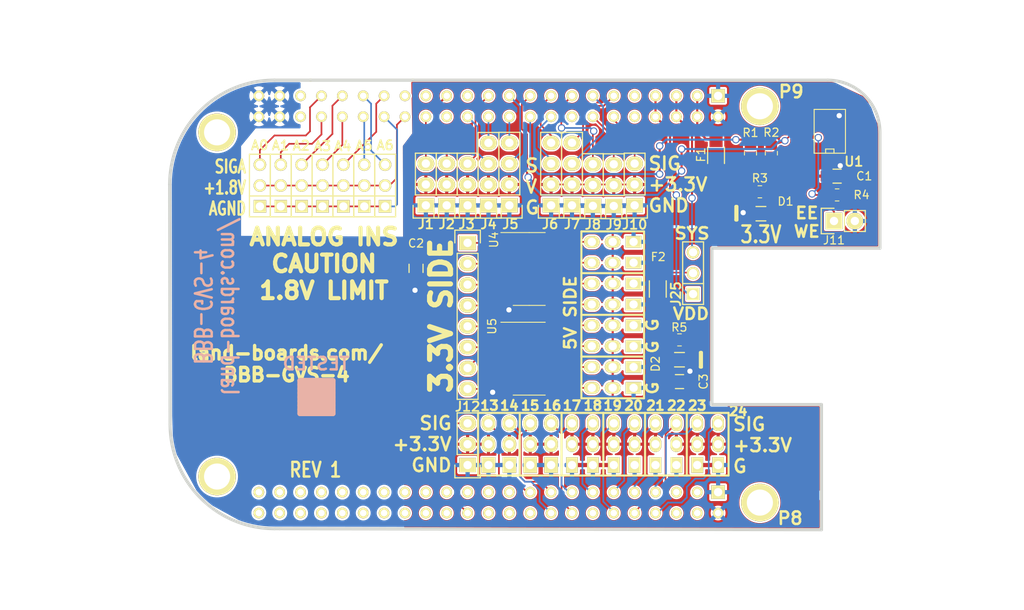
<source format=kicad_pcb>
(kicad_pcb (version 20211014) (generator pcbnew)
  (title_block (title "Prototype cape for BeagleBone") (date "17 aug 2014") (rev "0.3") (company "Jacek Radzikowski <jacek.radzikowski@gmail.com>"))
  (layers (0 "F.Cu" signal "Front") (31 "B.Cu" signal "Back") (36 "B.SilkS" user "B.Silkscreen") (37 "F.SilkS" user "F.Silkscreen") (38 "B.Mask" user) (39 "F.Mask" user) (44 "Edge.Cuts" user))
  (net 0 "")
  (net 1 "GND")
  (net 2 "VDD_5V")
  (net 3 "VDD_5V-UF")
  (net 4 "VDD_3V3-UF")
  (net 5 "SYS_5V")
  (net 6 "GNDA_ADC")
  (net 7 "AIN6")
  (net 8 "AIN5")
  (net 9 "AIN2")
  (net 10 "AIN1")
  (net 11 "Net-(D1-Pad1)")
  (net 12 "Net-(D2-Pad1)")
  (net 13 "/BBB EEPROM Power Etc/F5VDD")
  (net 14 "VDD_ADC")
  (net 15 "AIN4")
  (net 16 "AIN3")
  (net 17 "AIN0")
  (net 18 "Net-(P1-Pad1)")
  (net 19 "Net-(P1-Pad2)")
  (net 20 "Net-(P1-Pad3)")
  (net 21 "Net-(P1-Pad4)")
  (net 22 "Net-(P1-Pad5)")
  (net 23 "Net-(P1-Pad6)")
  (net 24 "Net-(P1-Pad7)")
  (net 25 "Net-(P1-Pad8)")
  (net 26 "/P9 Connector/UART4_RXD")
  (net 27 "/P9 Connector/GPIO1_28")
  (net 28 "/P9 Connector/UART4_TXD")
  (net 29 "/P9 Connector/EHRPWM1A")
  (net 30 "/P9 Connector/GPIO1_16")
  (net 31 "/P9 Connector/I2C1_SCL")
  (net 32 "/P9 Connector/I2C1_SDA")
  (net 33 "/P9 Connector/UART2_TXD")
  (net 34 "/P9 Connector/UART2_RXD")
  (net 35 "/P9 Connector/GPIO1_17")
  (net 36 "/P9 Connector/UART1_TXD")
  (net 37 "/P9 Connector/UART1_RXD")
  (net 38 "/P9 Connector/GPIO3_19")
  (net 39 "/P9 Connector/SPI1_D1")
  (net 40 "I2C2_SCL")
  (net 41 "I2C2_SDA")
  (net 42 "/P8 Connector/TIMER4")
  (net 43 "/P8 Connector/TIMER5")
  (net 44 "/P8 Connector/GPIO1_13")
  (net 45 "/P8 Connector/EHRPWM2B")
  (net 46 "/P8 Connector/GPIO1_15")
  (net 47 "/P8 Connector/GPIO0_27")
  (net 48 "/P8 Connector/EHRPWM2A")
  (net 49 "/P8 Connector/TIMER7")
  (net 50 "/P8 Connector/TIMER6")
  (net 51 "/P8 Connector/GPIO1_12")
  (net 52 "/P8 Connector/GPIO1_14")
  (net 53 "/P8 Connector/GPIO2_1")
  (net 54 "/P8 Connector/GPIO1_29")
  (net 55 "Net-(J11-Pad1)")
  (net 56 "Net-(J26-Pad3)")
  (net 57 "Net-(J26-Pad6)")
  (net 58 "Net-(J26-Pad9)")
  (net 59 "Net-(J26-Pad12)")
  (net 60 "Net-(J26-Pad15)")
  (net 61 "Net-(J26-Pad18)")
  (net 62 "Net-(J26-Pad21)")
  (net 63 "Net-(J26-Pad24)")
  (net 64 "/P9 Connector/PWR_BUT")
  (net 65 "/P9 Connector/SYS_RESETn")
  (net 66 "/P9 Connector/EHRPWM1B")
  (net 71 "/P9 Connector/CLKOUT2")
  (net 72 "/P9 Connector/GPIO0_7")
  (net 77 "/P8 Connector/GPIO0_26")
  (net 104 "VCC_3V3EXP")
  (footprint "PIN_ARRAY_3X1" (layer "F.Cu") (at 119.888 65.532 90)
    (fp_text reference "A6")
    (fp_text value "CONN_3" hide)
  )
  (footprint "PIN_ARRAY_3X1" (layer "F.Cu") (at 117.348 65.532 90)
    (fp_text reference "A5")
    (fp_text value "CONN_3" hide)
  )
  (footprint "PIN_ARRAY_3X1" (layer "F.Cu") (at 114.808 65.532 90)
    (fp_text reference "A4")
    (fp_text value "CONN_3" hide)
  )
  (footprint "PIN_ARRAY_3X1" (layer "F.Cu") (at 104.648 65.532 90)
    (fp_text reference "A0")
    (fp_text value "CONN_3" hide)
  )
  (footprint "PIN_ARRAY_3X1" (layer "F.Cu") (at 107.188 65.532 90)
    (fp_text reference "A1")
    (fp_text value "CONN_3" hide)
  )
  (footprint "PIN_ARRAY_3X1" (layer "F.Cu") (at 112.268 65.532 90)
    (fp_text reference "A3")
    (fp_text value "CONN_3" hide)
  )
  (footprint "PIN_ARRAY_3X1" (layer "F.Cu") (at 109.728 65.532 90)
    (fp_text reference "A2")
    (fp_text value "CONN_3" hide)
  )
  (footprint "PIN_ARRAY_3X1" (layer "F.Cu") (at 157.353 76.2 90)
    (fp_text reference "J25")
    (fp_text value "CONN_3" hide)
  )
  (footprint "FIDUCIAL" (layer "F.Cu") (at 171.196 103.251)
    (fp_text reference "FID1" hide)
    (fp_text value "CONN_1" hide)
  )
  (footprint "FIDUCIAL" (layer "F.Cu") (at 136.6266 116.997501)
    (fp_text reference "FID2" hide)
    (fp_text value "CONN_1" hide)
  )
  (footprint "dougsLib:SO8E-wider" (layer "F.Cu") (at 173.99 58.928 90)
    (fp_text reference "U1")
    (fp_text value "I2C-EEPROM" hide)
  )
  (footprint "Pin_Headers:Pin_Header_Straight_1x08" (layer "F.Cu") (at 129.921 72.517)
    (fp_text reference "P1" hide)
    (fp_text value "CONN_8" hide)
  )
  (footprint "Pin_Headers:Pin_Header_Straight_1x03" (layer "F.Cu") (at 129.921 99.568 180)
    (fp_text reference "J12")
    (fp_text value "CONN_3" hide)
  )
  (footprint "Pin_Headers:Pin_Header_Straight_1x04" (layer "F.Cu") (at 132.461 67.96 180)
    (fp_text reference "J4")
    (fp_text value "CONN_4" hide)
  )
  (footprint "Pin_Headers:Pin_Header_Straight_1x04" (layer "F.Cu") (at 142.621 67.945 180)
    (fp_text reference "J7")
    (fp_text value "CONN_4" hide)
  )
  (footprint "Pin_Headers:Pin_Header_Straight_1x04" (layer "F.Cu") (at 140.081 67.945 180)
    (fp_text reference "J6")
    (fp_text value "CONN_4" hide)
  )
  (footprint "Pin_Headers:Pin_Header_Straight_1x04" (layer "F.Cu") (at 135.001 67.945 180)
    (fp_text reference "J5")
    (fp_text value "CONN_4" hide)
  )
  (footprint "Pin_Headers:Pin_Header_Straight_1x03" (layer "F.Cu") (at 145.161 68.0058 180)
    (fp_text reference "J8")
    (fp_text value "CONN_3" hide)
  )
  (footprint "Pin_Headers:Pin_Header_Straight_1x03" (layer "F.Cu") (at 129.921 67.945 180)
    (fp_text reference "J3")
    (fp_text value "CONN_3" hide)
  )
  (footprint "Pin_Headers:Pin_Header_Straight_1x03" (layer "F.Cu") (at 127.381 67.945 180)
    (fp_text reference "J2")
    (fp_text value "CONN_3" hide)
  )
  (footprint "Pin_Headers:Pin_Header_Straight_1x03" (layer "F.Cu") (at 150.241 67.945 180)
    (fp_text reference "J10")
    (fp_text value "CONN_3" hide)
  )
  (footprint "Pin_Headers:Pin_Header_Straight_1x03" (layer "F.Cu") (at 147.701 68.0212 180)
    (fp_text reference "J9")
    (fp_text value "CONN_3" hide)
  )
  (footprint "Pin_Headers:Pin_Header_Straight_1x03" (layer "F.Cu") (at 124.841 67.945 180)
    (fp_text reference "J1")
    (fp_text value "CONN_3" hide)
  )
  (footprint "dougsLib:BEAGLEBONE" (layer "F.Cu") (at 136.906 80.01)
    (fp_text reference "BRD1" hide)
    (fp_text value "BEAGLEBONE" hide)
  )
  (footprint "Pin_Headers:Pin_Header_Straight_1x02" (layer "F.Cu") (at 174.498 69.85 90)
    (fp_text reference "J11")
    (fp_text value "CONN_2" hide)
  )
  (footprint "Resistor_SMD:R_0805_2012Metric_Pad1.20x1.40mm_HandSolder" (layer "F.Cu") (at 165.481 66.294)
    (fp_text reference "R3")
    (fp_text value "120")
  )
  (footprint "Resistor_SMD:R_0805_2012Metric_Pad1.20x1.40mm_HandSolder" (layer "F.Cu") (at 155.702 84.328 180)
    (fp_text reference "R5")
    (fp_text value "330")
  )
  (footprint "Resistor_SMD:R_0805_2012Metric_Pad1.20x1.40mm_HandSolder" (layer "F.Cu") (at 174.879 66.675 180)
    (fp_text reference "R4")
    (fp_text value "5.6K")
  )
  (footprint "Resistor_SMD:R_0805_2012Metric_Pad1.20x1.40mm_HandSolder" (layer "F.Cu") (at 166.878 61.595 90)
    (fp_text reference "R2")
    (fp_text value "5.6K")
  )
  (footprint "Resistor_SMD:R_0805_2012Metric_Pad1.20x1.40mm_HandSolder" (layer "F.Cu") (at 164.338 61.595 90)
    (fp_text reference "R1")
    (fp_text value "5.6K")
  )
  (footprint "Capacitors_SMD:C_0805_HandSoldering" (layer "F.Cu") (at 174.879 64.389)
    (fp_text reference "C1")
    (fp_text value "1uF" hide)
  )
  (footprint "Capacitors_SMD:C_0805_HandSoldering" (layer "F.Cu") (at 123.6472 75.6158 -90)
    (fp_text reference "C2")
    (fp_text value "104" hide)
  )
  (footprint "Resistors_SMD:R_0805_HandSoldering" (layer "F.Cu") (at 165.608 68.961 180)
    (fp_text reference "D1")
    (fp_text value "LED" hide)
  )
  (footprint "Resistors_SMD:R_0805_HandSoldering" (layer "F.Cu") (at 155.702 86.741)
    (fp_text reference "D2")
    (fp_text value "LED" hide)
  )
  (footprint "Capacitors_SMD:C_1206_HandSoldering" (layer "F.Cu") (at 153.0604 78.1304 90)
    (fp_text reference "F2")
    (fp_text value "FUSE" hide)
  )
  (footprint "Capacitors_SMD:C_1206_HandSoldering" (layer "F.Cu") (at 160.147 61.849 90)
    (fp_text reference "F1")
    (fp_text value "FUSE" hide)
  )
  (footprint "Capacitors_SMD:C_0805_HandSoldering" (layer "F.Cu") (at 155.702 89.408)
    (fp_text reference "C3")
    (fp_text value "104" hide)
  )
  (footprint "DougsNewMods:Pin_Header_Straight_3x08" (layer "F.Cu") (at 147.574 81.28 180)
    (fp_text reference "J26" hide)
    (fp_text value "GVS-8X3" hide)
  )
  (footprint "DougsNewMods:Pin_Header_Straight_3x08" (layer "F.Cu") (at 151.511 97.028 90)
    (fp_text reference "J24" hide)
    (fp_text value "GVS-8X3" hide)
  )
  (footprint "DougsNewMods:Pin_Header_Straight_3x04" (layer "F.Cu") (at 136.271 97.028 90)
    (fp_text reference "J16" hide)
    (fp_text value "GVS-4X3" hide)
  )
  (footprint "Package_SO:SO-14_3.9x8.65mm_P1.27mm" (layer "F.Cu") (at 137.414 86.614)
    (fp_text reference "U5")
    (fp_text value "TXS0104")
  )
  (footprint "Package_SO:SO-14_3.9x8.65mm_P1.27mm" (layer "F.Cu") (at 137.414 75.692)
    (fp_text reference "U4")
    (fp_text value "TXS0104")
  )
  (footprint "REV_BLOCK" (layer "B.Cu") (at 111.5314 91.2876)
    (fp_text reference "TESTED")
    (fp_text value "COUPON" hide)
  )
  (gr_line (start 158.242 87.63) (end 158.369 87.63) (layer "F.SilkS") (width 0.381))
  (gr_line (start 158.369 87.63) (end 158.369 85.852) (layer "F.SilkS") (width 0.381))
  (gr_line (start 158.242 85.852) (end 158.242 87.63) (layer "F.SilkS") (width 0.381))
  (gr_line (start 123.19 52.705) (end 123.317 52.705) (layer "F.SilkS") (width 0.381))
  (gr_line (start 162.687 69.723) (end 162.56 69.723) (layer "F.SilkS") (width 0.381))
  (gr_line (start 162.687 68.072) (end 162.687 69.723) (layer "F.SilkS") (width 0.381))
  (gr_line (start 162.56 69.723) (end 162.56 68.072) (layer "F.SilkS") (width 0.381))
  (gr_line (start 110.744 52.705) (end 110.871 52.705) (layer "F.SilkS") (width 0.381))
  (gr_line (start 93.6752 65.405) (end 93.726 94.615) (layer "Edge.Cuts") (width 0.381))
  (gr_arc (start 173.736 52.705) (mid 178.226128 54.564872) (end 180.086 59.055) (layer "Edge.Cuts") (width 0.381))
  (gr_line (start 159.64 73.152) (end 159.64 92.202) (layer "Edge.Cuts") (width 0.381))
  (gr_line (start 107.061 107.315) (end 172.974 107.442) (layer "Edge.Cuts") (width 0.381))
  (gr_line (start 180.086 73.152) (end 159.64 73.152) (layer "Edge.Cuts") (width 0.381))
  (gr_line (start 106.426 52.7) (end 173.736 52.705) (layer "Edge.Cuts") (width 0.381))
  (gr_arc (start 93.6752 65.405) (mid 97.412611 56.405001) (end 106.426 52.7) (layer "Edge.Cuts") (width 0.381))
  (gr_line (start 106.426 107.315) (end 107.061 107.315) (layer "Edge.Cuts") (width 0.381))
  (gr_arc (start 106.426 107.315) (mid 97.445744 103.595256) (end 93.726 94.615) (layer "Edge.Cuts") (width 0.381))
  (gr_line (start 180.086 59.055) (end 180.086 73.152) (layer "Edge.Cuts") (width 0.381))
  (gr_line (start 172.974 107.442) (end 172.974 92.202) (layer "Edge.Cuts") (width 0.381))
  (gr_line (start 159.64 92.202) (end 172.974 92.202) (layer "Edge.Cuts") (width 0.381))
  (gr_text "land-boards.com/\nBBB-GVS-4" (at 99.314 80.264 270) (layer "B.SilkS") (effects (font (size 2.032 1.524) (thickness 0.3048)) (justify mirror)))
  (gr_text "21" (at 152.781 92.329) (layer "F.SilkS") (effects (font (size 1.143 1.143) (thickness 0.28575))))
  (gr_text "P9" (at 169.291 54.102) (layer "F.SilkS") (effects (font (size 1.524 1.524) (thickness 0.3048))))
  (gr_text "19" (at 147.574 92.329) (layer "F.SilkS") (effects (font (size 1.143 1.143) (thickness 0.28575))))
  (gr_text "S\nV\nG" (at 136.779 65.659) (layer "F.SilkS") (effects (font (size 1.5875 1.5875) (thickness 0.3048)) (justify left)))
  (gr_text "EE\nWE" (at 171.196 70.0024) (layer "F.SilkS") (effects (font (size 1.397 1.524) (thickness 0.3048))))
  (gr_text "16" (at 140.208 92.329) (layer "F.SilkS") (effects (font (size 1.143 1.143) (thickness 0.28575))))
  (gr_text "18" (at 145.161 92.329) (layer "F.SilkS") (effects (font (size 1.143 1.143) (thickness 0.28575))))
  (gr_text "13" (at 132.588 92.329) (layer "F.SilkS") (effects (font (size 1.143 1.143) (thickness 0.28575))))
  (gr_text "3.3V SIDE" (at 126.6952 81.3816 90) (layer "F.SilkS") (effects (font (size 2.54 2.54) (thickness 0.635))))
  (gr_text "24" (at 162.8394 92.9894) (layer "F.SilkS") (effects (font (size 1.143 1.143) (thickness 0.28575))))
  (gr_text "SIG\n+3.3V\nGND" (at 128.143 97.028) (layer "F.SilkS") (effects (font (size 1.5875 1.5875) (thickness 0.3048)) (justify right)))
  (gr_text "VDD" (at 157.099 81.153) (layer "F.SilkS") (effects (font (size 1.397 1.524) (thickness 0.3048))))
  (gr_text "22" (at 155.321 92.329) (layer "F.SilkS") (effects (font (size 1.143 1.143) (thickness 0.28575))))
  (gr_text "ANALOG INS\nCAUTION\n1.8V LIMIT" (at 112.4458 75.057) (layer "F.SilkS") (effects (font (size 2.032 2.032) (thickness 0.508))))
  (gr_text "3.3V" (at 165.608 71.501) (layer "F.SilkS") (effects (font (size 2.032 1.524) (thickness 0.3048))))
  (gr_text "15" (at 137.541 92.329) (layer "F.SilkS") (effects (font (size 1.143 1.143) (thickness 0.28575))))
  (gr_text "SIG\n+3.3V\nG\n" (at 162.052 97.155) (layer "F.SilkS") (effects (font (size 1.5875 1.5875) (thickness 0.3048)) (justify left)))
  (gr_text "SYS" (at 157.226 71.374) (layer "F.SilkS") (effects (font (size 1.397 1.524) (thickness 0.3048))))
  (gr_text "5V SIDE" (at 142.4178 81.026 90) (layer "F.SilkS") (effects (font (size 1.397 1.524) (thickness 0.3048))))
  (gr_text "SIG\n+3.3V\nGND" (at 151.765 65.405) (layer "F.SilkS") (effects (font (size 1.5875 1.5875) (thickness 0.3048)) (justify left)))
  (gr_text "SIGA\n+1.8V\nAGND" (at 103.124 65.786) (layer "F.SilkS") (effects (font (size 1.5875 1.143) (thickness 0.28575)) (justify right)))
  (gr_text "23" (at 157.861 92.329) (layer "F.SilkS") (effects (font (size 1.143 1.143) (thickness 0.28575))))
  (gr_text "REV 1" (at 111.4044 100.1522) (layer "F.SilkS") (effects (font (size 1.778 1.397) (thickness 0.3048))))
  (gr_text "14" (at 135.001 92.329) (layer "F.SilkS") (effects (font (size 1.143 1.143) (thickness 0.28575))))
  (gr_text "20" (at 150.114 92.329) (layer "F.SilkS") (effects (font (size 1.143 1.143) (thickness 0.28575))))
  (gr_text "P8" (at 169.164 106.045) (layer "F.SilkS") (effects (font (size 1.524 1.524) (thickness 0.3048))))
  (gr_text "17" (at 142.621 92.329) (layer "F.SilkS") (effects (font (size 1.143 1.143) (thickness 0.28575))))
  (gr_text "land-boards.com/\nBBB-GVS-4" (at 107.8992 87.249) (layer "F.SilkS") (effects (font (size 1.651 1.651) (thickness 0.41275))))
  (gr_text "G   G G" (at 152.4 86.36 90) (layer "F.SilkS") (effects (font (size 1.397 1.524) (thickness 0.3048))))
  (segment (start 178.308 60.833) (end 178.562 60.579) (width 0.254) (layer "F.Cu") (net 1))
  (segment (start 178.562 60.579) (end 178.562 59.563) (width 0.254) (layer "F.Cu") (net 1))
  (segment (start 178.562 57.277) (end 178.308 57.023) (width 0.254) (layer "F.Cu") (net 1))
  (segment (start 178.308 57.023) (end 176.784 57.023) (width 0.254) (layer "F.Cu") (net 1))
  (segment (start 178.562 59.563) (end 178.562 57.277) (width 0.254) (layer "F.Cu") (net 1))
  (segment (start 175.8315 63.6905) (end 175.26 63.119) (width 0.254) (layer "F.Cu") (net 1))
  (segment (start 163.576 68.961) (end 163.449 68.834) (width 0.254) (layer "F.Cu") (net 1))
  (segment (start 157.052 88.058) (end 156.972 88.138) (width 0.254) (layer "F.Cu") (net 1))
  (segment (start 156.952 88.158) (end 156.972 88.138) (width 0.254) (layer "F.Cu") (net 1))
  (segment (start 123.6472 78.1558) (end 123.5202 78.2828) (width 0.254) (layer "F.Cu") (net 1))
  (segment (start 145.161 99.568) (end 147.701 99.568) (width 0.508) (layer "F.Cu") (net 1))
  (segment (start 176.784 60.833) (end 178.308 60.833) (width 0.254) (layer "F.Cu") (net 1))
  (segment (start 134.9502 80.6704) (end 134.9502 79.5132) (width 0.508) (layer "F.Cu") (net 1))
  (segment (start 164.6555 68.961) (end 163.576 68.961) (width 0.254) (layer "F.Cu") (net 1))
  (segment (start 142.621 99.568) (end 145.161 99.568) (width 0.508) (layer "F.Cu") (net 1))
  (segment (start 176.784 57.023) (end 175.133 57.023) (width 0.254) (layer "F.Cu") (net 1))
  (segment (start 156.952 89.408) (end 156.952 88.158) (width 0.254) (layer "F.Cu") (net 1))
  (segment (start 134.9502 79.5132) (end 134.939 79.502) (width 0.508) (layer "F.Cu") (net 1))
  (segment (start 176.784 59.563) (end 178.562 59.563) (width 0.254) (layer "F.Cu") (net 1))
  (segment (start 157.861 99.568) (end 160.401 99.568) (width 0.508) (layer "F.Cu") (net 1))
  (segment (start 123.6472 76.8658) (end 123.6472 78.1558) (width 0.254) (layer "F.Cu") (net 1))
  (segment (start 133.2484 90.424) (end 132.969 90.7034) (width 0.508) (layer "F.Cu") (net 1))
  (segment (start 175.8315 64.389) (end 175.8315 63.6905) (width 0.254) (layer "F.Cu") (net 1))
  (segment (start 157.052 88.058) (end 157.052 86.741) (width 0.254) (layer "F.Cu") (net 1))
  (segment (start 134.939 90.424) (end 133.2484 90.424) (width 0.508) (layer "F.Cu") (net 1))
  (via (at 175.26 63.119) (size 0.889) (drill 0.635) (layers "F.Cu" "B.Cu") (net 1))
  (via (at 156.972 88.138) (size 0.889) (drill 0.635) (layers "F.Cu" "B.Cu") (net 1))
  (via (at 132.969 90.7034) (size 0.889) (drill 0.635) (layers "F.Cu" "B.Cu") (net 1))
  (via (at 163.449 68.834) (size 0.889) (drill 0.635) (layers "F.Cu" "B.Cu") (net 1))
  (via (at 175.133 57.023) (size 0.889) (drill 0.635) (layers "F.Cu" "B.Cu") (net 1))
  (via (at 134.9502 80.6704) (size 0.889) (drill 0.635) (layers "F.Cu" "B.Cu") (net 1))
  (via (at 123.5202 78.2828) (size 0.889) (drill 0.635) (layers "F.Cu" "B.Cu") (net 1))
  (segment (start 157.226 59.055) (end 155.321 57.15) (width 0.254) (layer "F.Cu") (net 3))
  (segment (start 155.321 54.61) (end 155.321 57.15) (width 0.254) (layer "F.Cu") (net 3))
  (segment (start 157.226 67.056) (end 157.226 59.055) (width 0.254) (layer "F.Cu") (net 3))
  (via (at 157.226 67.056) (size 0.889) (drill 0.635) (layers "F.Cu" "B.Cu") (net 3))
  (segment (start 157.226 73.533) (end 157.353 73.66) (width 0.2032) (layer "B.Cu") (net 3))
  (segment (start 157.226 73.533) (end 157.226 67.056) (width 0.2032) (layer "B.Cu") (net 3))
  (segment (start 158.909 59.849) (end 157.861 58.801) (width 0.254) (layer "F.Cu") (net 4))
  (segment (start 157.861 58.801) (end 157.861 57.15) (width 0.254) (layer "F.Cu") (net 4))
  (segment (start 160.147 59.849) (end 158.909 59.849) (width 0.254) (layer "F.Cu") (net 4))
  (segment (start 157.861 57.15) (end 157.861 54.61) (width 0.254) (layer "F.Cu") (net 4))
  (segment (start 154.559 65.913) (end 154.559 64.897) (width 0.254) (layer "F.Cu") (net 5))
  (segment (start 154.559 58.928) (end 152.781 57.15) (width 0.254) (layer "F.Cu") (net 5))
  (segment (start 155.321 66.675) (end 154.559 65.913) (width 0.2032) (layer "F.Cu") (net 5))
  (segment (start 154.559 65.913) (end 154.559 64.897) (width 0.2032) (layer "F.Cu") (net 5))
  (segment (start 154.559 64.897) (end 154.559 58.928) (width 0.254) (layer "F.Cu") (net 5))
  (segment (start 152.781 54.61) (end 152.781 57.15) (width 0.254) (layer "F.Cu") (net 5))
  (via (at 155.321 66.675) (size 0.889) (drill 0.635) (layers "F.Cu" "B.Cu") (net 5))
  (segment (start 156.718 78.74) (end 155.321 77.343) (width 0.2032) (layer "B.Cu") (net 5))
  (segment (start 155.321 77.343) (end 155.321 66.675) (width 0.2032) (layer "B.Cu") (net 5))
  (segment (start 157.353 78.74) (end 156.718 78.74) (width 0.2032) (layer "B.Cu") (net 5))
  (segment (start 107.188 68.072) (end 109.728 68.072) (width 0.2032) (layer "F.Cu") (net 6))
  (segment (start 112.268 68.072) (end 114.808 68.072) (width 0.2032) (layer "F.Cu") (net 6))
  (segment (start 109.728 68.072) (end 112.268 68.072) (width 0.2032) (layer "F.Cu") (net 6))
  (segment (start 114.808 68.072) (end 117.348 68.072) (width 0.2032) (layer "F.Cu") (net 6))
  (segment (start 117.348 68.072) (end 119.888 68.072) (width 0.2032) (layer "F.Cu") (net 6))
  (segment (start 104.648 68.072) (end 107.188 68.072) (width 0.2032) (layer "F.Cu") (net 6))
  (segment (start 119.761 57.15) (end 121.35 58.739) (width 0.2032) (layer "B.Cu") (net 6))
  (segment (start 121.088 68.072) (end 119.888 68.072) (width 0.2032) (layer "B.Cu") (net 6))
  (segment (start 121.35 58.739) (end 121.35 67.81) (width 0.2032) (layer "B.Cu") (net 6))
  (segment (start 121.35 67.81) (end 121.088 68.072) (width 0.2032) (layer "B.Cu") (net 6))
  (segment (start 118.175551 61.279551) (end 118.175551 55.564551) (width 0.2032) (layer "B.Cu") (net 7))
  (segment (start 119.888 62.992) (end 118.175551 61.279551) (width 0.2032) (layer "B.Cu") (net 7))
  (segment (start 118.175551 55.564551) (end 117.221 54.61) (width 0.2032) (layer "B.Cu") (net 7))
  (segment (start 117.348 62.992) (end 117.348 57.277) (width 0.2032) (layer "B.Cu") (net 8))
  (segment (start 117.348 57.277) (end 117.221 57.15) (width 0.2032) (layer "B.Cu") (net 8))
  (segment (start 113.4745 55.8165) (end 114.681 54.61) (width 0.2032) (layer "F.Cu") (net 9))
  (segment (start 113.4745 59.2455) (end 113.4745 55.8165) (width 0.2032) (layer "F.Cu") (net 9))
  (segment (start 109.728 62.992) (end 113.4745 59.2455) (width 0.2032) (layer "F.Cu") (net 9))
  (segment (start 107.188 61.468) (end 108.204 60.452) (width 0.2032) (layer "F.Cu") (net 10))
  (segment (start 107.188 62.992) (end 107.188 61.468) (width 0.2032) (layer "F.Cu") (net 10))
  (segment (start 112.141 59.309) (end 112.141 57.15) (width 0.2032) (layer "F.Cu") (net 10))
  (segment (start 110.998 60.452) (end 112.141 59.309) (width 0.2032) (layer "F.Cu") (net 10))
  (segment (start 108.204 60.452) (end 110.998 60.452) (width 0.2032) (layer "F.Cu") (net 10))
  (segment (start 166.5605 68.961) (end 166.5605 66.675) (width 0.254) (layer "F.Cu") (net 11))
  (segment (start 154.7495 84.328) (end 154.7495 86.741) (width 0.254) (layer "F.Cu") (net 12))
  (segment (start 157.2834 76.1304) (end 157.353 76.2) (width 0.2032) (layer "F.Cu") (net 13))
  (segment (start 153.0604 76.1304) (end 157.2834 76.1304) (width 0.2032) (layer "F.Cu") (net 13))
  (segment (start 109.728 65.532) (end 112.268 65.532) (width 0.2032) (layer "F.Cu") (net 14))
  (segment (start 119.888 65.532) (end 120.408 65.532) (width 0.2032) (layer "F.Cu") (net 14))
  (segment (start 107.188 65.532) (end 109.728 65.532) (width 0.2032) (layer "F.Cu") (net 14))
  (segment (start 117.348 65.532) (end 119.888 65.532) (width 0.2032) (layer "F.Cu") (net 14))
  (segment (start 114.808 65.532) (end 117.348 65.532) (width 0.2032) (layer "F.Cu") (net 14))
  (segment (start 121.32 58.131) (end 122.301 57.15) (width 0.2032) (layer "F.Cu") (net 14))
  (segment (start 120.408 65.532) (end 121.32 64.62) (width 0.2032) (layer "F.Cu") (net 14))
  (segment (start 104.648 65.532) (end 107.188 65.532) (width 0.2032) (layer "F.Cu") (net 14))
  (segment (start 121.32 64.62) (end 121.32 58.131) (width 0.2032) (layer "F.Cu") (net 14))
  (segment (start 112.268 65.532) (end 114.808 65.532) (width 0.2032) (layer "F.Cu") (net 14))
  (segment (start 118.806449 58.993551) (end 118.806449 55.564551) (width 0.2032) (layer "F.Cu") (net 15))
  (segment (start 114.808 62.992) (end 118.806449 58.993551) (width 0.2032) (layer "F.Cu") (net 15))
  (segment (start 118.806449 55.564551) (end 119.761 54.61) (width 0.2032) (layer "F.Cu") (net 15))
  (segment (start 112.268 62.992) (end 114.681 60.579) (width 0.2032) (layer "F.Cu") (net 16))
  (segment (start 114.681 60.579) (end 114.681 57.15) (width 0.2032) (layer "F.Cu") (net 16))
  (segment (start 104.648 62.992) (end 104.648 61.214) (width 0.2032) (layer "F.Cu") (net 17))
  (segment (start 110.744 58.928) (end 110.744 56.007) (width 0.2032) (layer "F.Cu") (net 17))
  (segment (start 110.236 59.436) (end 110.744 58.928) (width 0.2032) (layer "F.Cu") (net 17))
  (segment (start 106.426 59.436) (end 110.236 59.436) (width 0.2032) (layer "F.Cu") (net 17))
  (segment (start 110.744 56.007) (end 112.141 54.61) (width 0.2032) (layer "F.Cu") (net 17))
  (segment (start 104.648 61.214) (end 106.426 59.436) (width 0.2032) (layer "F.Cu") (net 17))
  (segment (start 131.699 72.517) (end 129.921 72.517) (width 0.2032) (layer "F.Cu") (net 18))
  (segment (start 132.334 73.152) (end 131.699 72.517) (width 0.2032) (layer "F.Cu") (net 18))
  (segment (start 133.9515 73.152) (end 132.334 73.152) (width 0.2032) (layer "F.Cu") (net 18))
  (segment (start 131.445 75.057) (end 129.921 75.057) (width 0.2032) (layer "F.Cu") (net 19))
  (segment (start 132.08 74.422) (end 131.445 75.057) (width 0.2032) (layer "F.Cu") (net 19))
  (segment (start 133.9515 74.422) (end 132.08 74.422) (width 0.2032) (layer "F.Cu") (net 19))
  (segment (start 131.191 77.597) (end 129.921 77.597) (width 0.2032) (layer "F.Cu") (net 20))
  (segment (start 133.9515 75.692) (end 133.096 75.692) (width 0.2032) (layer "F.Cu") (net 20))
  (segment (start 133.096 75.692) (end 131.191 77.597) (width 0.2032) (layer "F.Cu") (net 20))
  (segment (start 133.9515 76.962) (end 132.842 76.962) (width 0.2032) (layer "F.Cu") (net 21))
  (segment (start 131.699 80.137) (end 129.921 80.137) (width 0.2032) (layer "F.Cu") (net 21))
  (segment (start 132.334 77.47) (end 132.334 79.502) (width 0.2032) (layer "F.Cu") (net 21))
  (segment (start 132.334 79.502) (end 131.699 80.137) (width 0.2032) (layer "F.Cu") (net 21))
  (segment (start 132.842 76.962) (end 132.334 77.47) (width 0.2032) (layer "F.Cu") (net 21))
  (segment (start 132.334 84.074) (end 131.826 83.566) (width 0.2032) (layer "F.Cu") (net 22))
  (segment (start 131.699 82.677) (end 131.826 82.804) (width 0.2032) (layer "F.Cu") (net 22))
  (segment (start 129.921 82.677) (end 131.699 82.677) (width 0.2032) (layer "F.Cu") (net 22))
  (segment (start 133.9515 84.074) (end 132.334 84.074) (width 0.2032) (layer "F.Cu") (net 22))
  (segment (start 131.826 83.566) (end 131.826 82.804) (width 0.2032) (layer "F.Cu") (net 22))
  (segment (start 133.8245 85.217) (end 129.921 85.217) (width 0.2032) (layer "F.Cu") (net 23))
  (segment (start 133.9515 85.344) (end 133.8245 85.217) (width 0.2032) (layer "F.Cu") (net 23))
  (segment (start 133.9515 86.614) (end 131.064 86.614) (width 0.2032) (layer "F.Cu") (net 24))
  (segment (start 131.064 86.614) (end 129.921 87.757) (width 0.2032) (layer "F.Cu") (net 24))
  (segment (start 129.921 90.297) (end 131.699 90.297) (width 0.2032) (layer "F.Cu") (net 25))
  (segment (start 132.588 87.884) (end 132.08 88.392) (width 0.2032) (layer "F.Cu") (net 25))
  (segment (start 131.699 90.297) (end 132.08 89.916) (width 0.2032) (layer "F.Cu") (net 25))
  (segment (start 133.9515 87.884) (end 132.588 87.884) (width 0.2032) (layer "F.Cu") (net 25))
  (segment (start 132.08 88.392) (end 132.08 89.916) (width 0.2032) (layer "F.Cu") (net 25))
  (segment (start 142.621 60.325) (end 143.9672 58.9788) (width 0.2032) (layer "F.Cu") (net 26))
  (segment (start 143.9672 58.9788) (end 143.9672 56.3118) (width 0.2032) (layer "F.Cu") (net 26))
  (segment (start 146.4818 55.8292) (end 147.701 54.61) (width 0.2032) (layer "F.Cu") (net 26))
  (segment (start 143.9672 56.3118) (end 144.4498 55.8292) (width 0.2032) (layer "F.Cu") (net 26))
  (segment (start 144.4498 55.8292) (end 146.4818 55.8292) (width 0.2032) (layer "F.Cu") (net 26))
  (segment (start 147.701 57.531) (end 150.241 60.071) (width 0.2032) (layer "F.Cu") (net 27))
  (segment (start 150.241 60.071) (end 150.241 62.865) (width 0.2032) (layer "F.Cu") (net 27))
  (segment (start 147.701 57.15) (end 147.701 57.531) (width 0.2032) (layer "F.Cu") (net 27))
  (segment (start 146.4056 55.8546) (end 145.161 54.61) (width 0.2032) (layer "B.Cu") (net 28))
  (segment (start 146.4056 59.0804) (end 146.4056 55.8546) (width 0.2032) (layer "B.Cu") (net 28))
  (segment (start 142.621 62.865) (end 146.4056 59.0804) (width 0.2032) (layer "B.Cu") (net 28))
  (segment (start 147.701 59.69) (end 145.161 57.15) (width 0.2032) (layer "F.Cu") (net 29))
  (segment (start 147.701 62.9412) (end 147.701 59.69) (width 0.2032) (layer "F.Cu") (net 29))
  (segment (start 145.161 59.0042) (end 145.161 62.9258) (width 0.2032) (layer "F.Cu") (net 30))
  (segment (start 145.2626 58.9026) (end 145.161 59.0042) (width 0.2032) (layer "F.Cu") (net 30))
  (segment (start 141.3256 58.4962) (end 141.351 58.5216) (width 0.2032) (layer "F.Cu") (net 30))
  (segment (start 141.3256 55.9054) (end 141.3256 58.4962) (width 0.2032) (layer "F.Cu") (net 30))
  (segment (start 142.621 54.61) (end 141.3256 55.9054) (width 0.2032) (layer "F.Cu") (net 30))
  (via (at 145.2626 58.9026) (size 0.889) (drill 0.635) (layers "F.Cu" "B.Cu") (net 30))
  (via (at 141.351 58.5216) (size 0.889) (drill 0.635) (layers "F.Cu" "B.Cu") (net 30))
  (segment (start 141.351 58.5216) (end 144.8816 58.5216) (width 0.2032) (layer "B.Cu") (net 30))
  (segment (start 144.8816 58.5216) (end 145.2626 58.9026) (width 0.2032) (layer "B.Cu") (net 30))
  (segment (start 140.081 59.436) (end 138.811 58.166) (width 0.2032) (layer "F.Cu") (net 31))
  (segment (start 138.811 58.166) (end 138.811 55.88) (width 0.2032) (layer "F.Cu") (net 31))
  (segment (start 138.811 55.88) (end 140.081 54.61) (width 0.2032) (layer "F.Cu") (net 31))
  (segment (start 140.081 60.325) (end 140.081 59.436) (width 0.2032) (layer "F.Cu") (net 31))
  (segment (start 140.081 62.357) (end 138.557 60.833) (width 0.2032) (layer "B.Cu") (net 32))
  (segment (start 138.557 60.833) (end 138.557 58.674) (width 0.2032) (layer "B.Cu") (net 32))
  (segment (start 138.557 58.674) (end 140.081 57.15) (width 0.2032) (layer "B.Cu") (net 32))
  (segment (start 140.081 62.865) (end 140.081 62.357) (width 0.2032) (layer "B.Cu") (net 32))
  (segment (start 135.001 62.865) (end 136.32132 61.54468) (width 0.2032) (layer "B.Cu") (net 33))
  (segment (start 136.32132 55.93032) (end 135.001 54.61) (width 0.2032) (layer "B.Cu") (net 33))
  (segment (start 136.32132 61.54468) (end 136.32132 55.93032) (width 0.2032) (layer "B.Cu") (net 33))
  (segment (start 135.001 60.325) (end 135.001 57.15) (width 0.2032) (layer "B.Cu") (net 34))
  (segment (start 130.875551 61.910449) (end 130.875551 56.195449) (width 0.2032) (layer "F.Cu") (net 35))
  (segment (start 130.875551 56.195449) (end 132.461 54.61) (width 0.2032) (layer "F.Cu") (net 35))
  (segment (start 129.921 62.865) (end 130.875551 61.910449) (width 0.2032) (layer "F.Cu") (net 35))
  (segment (start 132.461 60.34) (end 132.461 57.15) (width 0.2032) (layer "B.Cu") (net 36))
  (segment (start 132.461 62.88) (end 131.14068 61.55968) (width 0.2032) (layer "B.Cu") (net 37))
  (segment (start 131.14068 61.55968) (end 131.14068 58.36968) (width 0.2032) (layer "B.Cu") (net 37))
  (segment (start 131.14068 58.36968) (end 129.921 57.15) (width 0.2032) (layer "B.Cu") (net 37))
  (segment (start 127.381 60.706) (end 126.111 59.436) (width 0.254) (layer "F.Cu") (net 38))
  (segment (start 126.111 59.436) (end 126.111 55.88) (width 0.254) (layer "F.Cu") (net 38))
  (segment (start 126.111 55.88) (end 127.381 54.61) (width 0.254) (layer "F.Cu") (net 38))
  (segment (start 127.381 62.865) (end 127.381 60.706) (width 0.254) (layer "F.Cu") (net 38))
  (segment (start 124.841 62.865) (end 124.841 57.15) (width 0.2032) (layer "F.Cu") (net 39))
  (segment (start 170.307 58.293) (end 168.529 60.071) (width 0.2032) (layer "F.Cu") (net 40))
  (segment (start 137.16 59.309) (end 136.525 58.674) (width 0.2032) (layer "F.Cu") (net 40))
  (segment (start 136.525 58.674) (end 136.525 55.626) (width 0.2032) (layer "F.Cu") (net 40))
  (segment (start 136.525 55.626) (end 137.541 54.61) (width 0.2032) (layer "F.Cu") (net 40))
  (segment (start 168.4655 60.1345) (end 168.529 60.071) (width 0.2032) (layer "F.Cu") (net 40))
  (segment (start 137.16 62.484) (end 137.16 59.309) (width 0.2032) (layer "F.Cu") (net 40))
  (segment (start 137.16 64.389) (end 137.287 64.516) (width 0.254) (layer "F.Cu") (net 40))
  (segment (start 155.956 63.754) (end 155.956 61.087) (width 0.254) (layer "F.Cu") (net 40))
  (segment (start 171.196 58.293) (end 170.307 58.293) (width 0.2032) (layer "F.Cu") (net 40))
  (segment (start 137.16 62.484) (end 137.16 64.389) (width 0.254) (layer "F.Cu") (net 40))
  (segment (start 166.878 60.6425) (end 168.4655 60.1345) (width 0.2032) (layer "F.Cu") (net 40))
  (via (at 155.956 61.087) (size 0.889) (drill 0.635) (layers "F.Cu" "B.Cu") (net 40))
  (via (at 155.956 63.754) (size 0.889) (drill 0.635) (layers "F.Cu" "B.Cu") (net 40))
  (via (at 168.529 60.071) (size 0.889) (drill 0.635) (layers "F.Cu" "B.Cu") (net 40))
  (via (at 137.287 64.516) (size 0.889) (drill 0.635) (layers "F.Cu" "B.Cu") (net 40))
  (segment (start 167.894 60.071) (end 166.878 61.087) (width 0.254) (layer "B.Cu") (net 40))
  (segment (start 166.878 61.087) (end 155.956 61.087) (width 0.254) (layer "B.Cu") (net 40))
  (segment (start 137.287 64.516) (end 137.668 64.897) (width 0.254) (layer "B.Cu") (net 40))
  (segment (start 137.668 64.897) (end 137.668 65.405) (width 0.254) (layer "B.Cu") (net 40))
  (segment (start 137.668 65.405) (end 138.938 66.675) (width 0.254) (layer "B.Cu") (net 40))
  (segment (start 138.938 66.675) (end 153.035 66.675) (width 0.254) (layer "B.Cu") (net 40))
  (segment (start 153.035 66.675) (end 155.956 63.754) (width 0.254) (layer "B.Cu") (net 40))
  (segment (start 168.529 60.071) (end 167.894 60.071) (width 0.254) (layer "B.Cu") (net 40))
  (segment (start 153.289 64.135) (end 153.289 60.706) (width 0.254) (layer "F.Cu") (net 41))
  (segment (start 164.037 59.944) (end 164.338 60.245) (width 0.254) (layer "F.Cu") (net 41))
  (segment (start 164.338 59.309) (end 164.719 58.928) (width 0.254) (layer "F.Cu") (net 41))
  (segment (start 164.719 58.928) (end 167.894 58.928) (width 0.254) (layer "F.Cu") (net 41))
  (segment (start 167.894 58.928) (end 169.799 57.023) (width 0.254) (layer "F.Cu") (net 41))
  (segment (start 169.799 57.023) (end 171.196 57.023) (width 0.254) (layer "F.Cu") (net 41))
  (segment (start 162.56 59.944) (end 164.037 59.944) (width 0.254) (layer "F.Cu") (net 41))
  (segment (start 164.338 60.245) (end 164.338 59.309) (width 0.254) (layer "F.Cu") (net 41))
  (via (at 162.56 59.944) (size 0.889) (drill 0.635) (layers "F.Cu" "B.Cu") (net 41))
  (via (at 153.289 60.706) (size 0.889) (drill 0.635) (layers "F.Cu" "B.Cu") (net 41))
  (via (at 153.289 64.135) (size 0.889) (drill 0.635) (layers "F.Cu" "B.Cu") (net 41))
  (segment (start 153.289 60.706) (end 154.051 59.944) (width 0.254) (layer "B.Cu") (net 41))
  (segment (start 154.051 59.944) (end 162.56 59.944) (width 0.254) (layer "B.Cu") (net 41))
  (segment (start 137.541 61.849) (end 137.541 57.15) (width 0.2032) (layer "B.Cu") (net 41))
  (segment (start 137.541 63.119) (end 138.557 64.135) (width 0.254) (layer "B.Cu") (net 41))
  (segment (start 138.557 64.135) (end 153.289 64.135) (width 0.254) (layer "B.Cu") (net 41))
  (segment (start 137.541 61.849) (end 137.541 63.119) (width 0.254) (layer "B.Cu") (net 41))
  (segment (start 152.781 102.108) (end 154.051 100.838) (width 0.2032) (layer "B.Cu") (net 42))
  (segment (start 154.051 100.838) (end 154.051 96.139) (width 0.2032) (layer "B.Cu") (net 42))
  (segment (start 154.051 96.139) (end 154.432 95.758) (width 0.2032) (layer "B.Cu") (net 42))
  (segment (start 154.432 95.758) (end 156.591 95.758) (width 0.2032) (layer "B.Cu") (net 42))
  (segment (start 156.591 95.758) (end 157.861 94.488) (width 0.2032) (layer "B.Cu") (net 42))
  (segment (start 152.781 102.87) (end 152.781 102.108) (width 0.2032) (layer "B.Cu") (net 42))
  (segment (start 150.241 102.108) (end 151.511 100.838) (width 0.2032) (layer "B.Cu") (net 43))
  (segment (start 151.511 100.838) (end 151.511 95.758) (width 0.2032) (layer "B.Cu") (net 43))
  (segment (start 151.511 95.758) (end 152.781 94.488) (width 0.2032) (layer "B.Cu") (net 43))
  (segment (start 150.241 102.87) (end 150.241 102.108) (width 0.2032) (layer "B.Cu") (net 43))
  (segment (start 147.701 102.743) (end 148.971 101.473) (width 0.2032) (layer "B.Cu") (net 44))
  (segment (start 148.971 101.473) (end 148.971 95.758) (width 0.2032) (layer "B.Cu") (net 44))
  (segment (start 148.971 95.758) (end 150.241 94.488) (width 0.2032) (layer "B.Cu") (net 44))
  (segment (start 147.701 102.87) (end 147.701 102.743) (width 0.2032) (layer "B.Cu") (net 44))
  (segment (start 144.907 102.87) (end 143.891 101.854) (width 0.2032) (layer "B.Cu") (net 45))
  (segment (start 143.891 101.854) (end 143.891 95.758) (width 0.2032) (layer "B.Cu") (net 45))
  (segment (start 143.891 95.758) (end 145.161 94.488) (width 0.2032) (layer "B.Cu") (net 45))
  (segment (start 145.161 102.87) (end 144.907 102.87) (width 0.2032) (layer "B.Cu") (net 45))
  (segment (start 142.24 102.87) (end 141.351 101.981) (width 0.2032) (layer "B.Cu") (net 46))
  (segment (start 141.351 101.981) (end 141.351 95.758) (width 0.2032) (layer "B.Cu") (net 46))
  (segment (start 141.351 95.758) (end 142.621 94.488) (width 0.2032) (layer "B.Cu") (net 46))
  (segment (start 142.621 102.87) (end 142.24 102.87) (width 0.2032) (layer "B.Cu") (net 46))
  (segment (start 137.541 94.869) (end 136.398 96.012) (width 0.2032) (layer "F.Cu") (net 47))
  (segment (start 136.398 96.012) (end 136.398 101.092) (width 0.2032) (layer "F.Cu") (net 47))
  (segment (start 136.398 101.092) (end 136.906 101.6) (width 0.2032) (layer "F.Cu") (net 47))
  (segment (start 136.906 101.6) (end 138.811 101.6) (width 0.2032) (layer "F.Cu") (net 47))
  (segment (start 138.811 101.6) (end 140.081 102.87) (width 0.2032) (layer "F.Cu") (net 47))
  (segment (start 137.541 94.488) (end 137.541 94.869) (width 0.2032) (layer "F.Cu") (net 47))
  (segment (start 137.16 102.87) (end 135.763 101.473) (width 0.2032) (layer "F.Cu") (net 48))
  (segment (start 135.763 101.473) (end 134.366 101.473) (width 0.2032) (layer "F.Cu") (net 48))
  (segment (start 134.366 101.473) (end 133.731 100.838) (width 0.2032) (layer "F.Cu") (net 48))
  (segment (start 133.731 100.838) (end 133.731 95.758) (width 0.2032) (layer "F.Cu") (net 48))
  (segment (start 133.731 95.758) (end 132.461 94.488) (width 0.2032) (layer "F.Cu") (net 48))
  (segment (start 137.033 102.87) (end 137.541 102.87) (width 0.2032) (layer "F.Cu") (net 48))
  (segment (start 153.035 105.41) (end 154.305 104.14) (width 0.2032) (layer "B.Cu") (net 49))
  (segment (start 154.305 104.14) (end 155.956 104.14) (width 0.2032) (layer "B.Cu") (net 49))
  (segment (start 155.956 104.14) (end 156.591 103.505) (width 0.2032) (layer "B.Cu") (net 49))
  (segment (start 156.591 103.505) (end 156.591 102.235) (width 0.2032) (layer "B.Cu") (net 49))
  (segment (start 156.591 102.235) (end 157.607 101.219) (width 0.2032) (layer "B.Cu") (net 49))
  (segment (start 157.607 101.219) (end 158.623 101.219) (width 0.2032) (layer "B.Cu") (net 49))
  (segment (start 158.623 101.219) (end 159.258 100.584) (width 0.2032) (layer "B.Cu") (net 49))
  (segment (start 159.258 100.584) (end 159.258 95.631) (width 0.2032) (layer "B.Cu") (net 49))
  (segment (start 159.258 95.631) (end 160.401 94.488) (width 0.2032) (layer "B.Cu") (net 49))
  (segment (start 152.781 105.41) (end 153.035 105.41) (width 0.2032) (layer "B.Cu") (net 49))
  (segment (start 150.241 105.283) (end 151.524 104) (width 0.2032) (layer "F.Cu") (net 50))
  (segment (start 151.524 104) (end 153.5 104) (width 0.2032) (layer "F.Cu") (net 50))
  (segment (start 153.5 104) (end 154 103.5) (width 0.2032) (layer "F.Cu") (net 50))
  (segment (start 154 103.5) (end 154 95.809) (width 0.2032) (layer "F.Cu") (net 50))
  (segment (start 154 95.809) (end 155.321 94.488) (width 0.2032) (layer "F.Cu") (net 50))
  (segment (start 147.701 105.283) (end 146.431 104.013) (width 0.2032) (layer "B.Cu") (net 51))
  (segment (start 146.431 104.013) (end 146.431 95.758) (width 0.2032) (layer "B.Cu") (net 51))
  (segment (start 146.431 95.758) (end 147.701 94.488) (width 0.2032) (layer "B.Cu") (net 51))
  (segment (start 147.701 105.41) (end 147.701 105.283) (width 0.2032) (layer "B.Cu") (net 51))
  (segment (start 142.621 105.283) (end 141.351 104.013) (width 0.2032) (layer "F.Cu") (net 52))
  (segment (start 141.351 104.013) (end 141.351 95.758) (width 0.2032) (layer "F.Cu") (net 52))
  (segment (start 141.351 95.758) (end 140.081 94.488) (width 0.2032) (layer "F.Cu") (net 52))
  (segment (start 142.621 105.41) (end 142.621 105.283) (width 0.2032) (layer "F.Cu") (net 52))
  (segment (start 136.271 95.758) (end 135.001 94.488) (width 0.2032) (layer "B.Cu") (net 53))
  (segment (start 137.668 101.6) (end 138.684 102.616) (width 0.2032) (layer "B.Cu") (net 53))
  (segment (start 138.684 102.616) (end 138.684 104.013) (width 0.2032) (layer "B.Cu") (net 53))
  (segment (start 138.684 104.013) (end 140.081 105.41) (width 0.2032) (layer "B.Cu") (net 53))
  (segment (start 136.906 101.6) (end 137.668 101.6) (width 0.2032) (layer "B.Cu") (net 53))
  (segment (start 136.906 101.6) (end 136.271 100.965) (width 0.2032) (layer "B.Cu") (net 53))
  (segment (start 136.271 100.965) (end 136.271 95.758) (width 0.2032) (layer "B.Cu") (net 53))
  (segment (start 128.651 104.14) (end 128.651 102.108) (width 0.2032) (layer "F.Cu") (net 54))
  (segment (start 128.651 102.108) (end 127.762 101.219) (width 0.2032) (layer "F.Cu") (net 54))
  (segment (start 127.762 95.377) (end 128.651 94.488) (width 0.2032) (layer "F.Cu") (net 54))
  (segment (start 128.651 94.488) (end 129.921 94.488) (width 0.2032) (layer "F.Cu") (net 54))
  (segment (start 129.921 105.41) (end 128.651 104.14) (width 0.2032) (layer "F.Cu") (net 54))
  (segment (start 127.762 101.219) (end 127.762 95.377) (width 0.2032) (layer "F.Cu") (net 54))
  (segment (start 173.529 67.738) (end 174.498 68.707) (width 0.2032) (layer "F.Cu") (net 55))
  (segment (start 174.498 68.707) (end 174.498 69.85) (width 0.2032) (layer "F.Cu") (net 55))
  (segment (start 171.958 66.675) (end 171.831 66.548) (width 0.2032) (layer "F.Cu") (net 55))
  (segment (start 172.593 59.69) (end 172.466 59.563) (width 0.2032) (layer "F.Cu") (net 55))
  (segment (start 172.466 59.563) (end 171.196 59.563) (width 0.2032) (layer "F.Cu") (net 55))
  (segment (start 173.529 66.675) (end 173.529 67.738) (width 0.2032) (layer "F.Cu") (net 55))
  (segment (start 173.529 66.675) (end 171.958 66.675) (width 0.2032) (layer "F.Cu") (net 55))
  (via (at 172.593 59.69) (size 0.889) (drill 0.635) (layers "F.Cu" "B.Cu") (net 55))
  (via (at 171.831 66.548) (size 0.889) (drill 0.635) (layers "F.Cu" "B.Cu") (net 55))
  (segment (start 171.831 66.548) (end 172.593 65.786) (width 0.2032) (layer "B.Cu") (net 55))
  (segment (start 172.593 65.786) (end 172.593 59.69) (width 0.2032) (layer "B.Cu") (net 55))
  (segment (start 142.748 90.17) (end 145.034 90.17) (width 0.2032) (layer "F.Cu") (net 56))
  (segment (start 142.494 89.916) (end 142.748 90.17) (width 0.2032) (layer "F.Cu") (net 56))
  (segment (start 142.494 88.138) (end 142.494 89.916) (width 0.2032) (layer "F.Cu") (net 56))
  (segment (start 142.24 87.884) (end 142.494 88.138) (width 0.2032) (layer "F.Cu") (net 56))
  (segment (start 140.8765 87.884) (end 142.24 87.884) (width 0.2032) (layer "F.Cu") (net 56))
  (segment (start 140.8765 86.614) (end 142.494 86.614) (width 0.2032) (layer "F.Cu") (net 57))
  (segment (start 143.51 87.63) (end 145.034 87.63) (width 0.2032) (layer "F.Cu") (net 57))
  (segment (start 142.494 86.614) (end 143.51 87.63) (width 0.2032) (layer "F.Cu") (net 57))
  (segment (start 143.002 85.344) (end 143.256 85.09) (width 0.2032) (layer "F.Cu") (net 58))
  (segment (start 143.256 85.09) (end 145.034 85.09) (width 0.2032) (layer "F.Cu") (net 58))
  (segment (start 140.8765 85.344) (end 143.002 85.344) (width 0.2032) (layer "F.Cu") (net 58))
  (segment (start 143.256 82.55) (end 145.034 82.55) (width 0.2032) (layer "F.Cu") (net 59))
  (segment (start 140.8765 84.074) (end 142.494 84.074) (width 0.2032) (layer "F.Cu") (net 59))
  (segment (start 142.494 84.074) (end 143.002 83.566) (width 0.2032) (layer "F.Cu") (net 59))
  (segment (start 143.002 83.566) (end 143.002 82.804) (width 0.2032) (layer "F.Cu") (net 59))
  (segment (start 143.002 82.804) (end 143.256 82.55) (width 0.2032) (layer "F.Cu") (net 59))
  (segment (start 142.24 76.962) (end 142.494 77.216) (width 0.2032) (layer "F.Cu") (net 60))
  (segment (start 142.494 77.216) (end 142.494 79.756) (width 0.2032) (layer "F.Cu") (net 60))
  (segment (start 142.748 80.01) (end 145.034 80.01) (width 0.2032) (layer "F.Cu") (net 60))
  (segment (start 140.8765 76.962) (end 142.24 76.962) (width 0.2032) (layer "F.Cu") (net 60))
  (segment (start 142.494 79.756) (end 142.748 80.01) (width 0.2032) (layer "F.Cu") (net 60))
  (segment (start 145.034 77.47) (end 143.51 77.47) (width 0.2032) (layer "F.Cu") (net 61))
  (segment (start 143.256 76.2) (end 143.256 77.216) (width 0.2032) (layer "F.Cu") (net 61))
  (segment (start 142.748 75.692) (end 143.256 76.2) (width 0.2032) (layer "F.Cu") (net 61))
  (segment (start 143.51 77.47) (end 143.256 77.216) (width 0.2032) (layer "F.Cu") (net 61))
  (segment (start 140.8765 75.692) (end 142.748 75.692) (width 0.2032) (layer "F.Cu") (net 61))
  (segment (start 143.764 74.93) (end 145.034 74.93) (width 0.2032) (layer "F.Cu") (net 62))
  (segment (start 143.256 74.422) (end 143.764 74.93) (width 0.2032) (layer "F.Cu") (net 62))
  (segment (start 140.8765 74.422) (end 143.256 74.422) (width 0.2032) (layer "F.Cu") (net 62))
  (segment (start 140.8765 73.152) (end 142.748 73.152) (width 0.2032) (layer "F.Cu") (net 63))
  (segment (start 142.748 73.152) (end 143.51 72.39) (width 0.2032) (layer "F.Cu") (net 63))
  (segment (start 143.51 72.39) (end 145.034 72.39) (width 0.2032) (layer "F.Cu") (net 63))
  (segment (start 137.16 90.424) (end 136.398 89.662) (width 0.2032) (layer "F.Cu") (net 104))
  (segment (start 142.621 65.405) (end 145.161 65.405) (width 0.2032) (layer "F.Cu") (net 104))
  (segment (start 137.668 79.502) (end 140.8765 79.502) (width 0.2032) (layer "F.Cu") (net 104))
  (segment (start 140.8765 90.424) (end 137.16 90.424) (width 0.2032) (layer "F.Cu") (net 104))
  (segment (start 140.081 65.405) (end 142.621 65.405) (width 0.2032) (layer "F.Cu") (net 104))
  (segment (start 137.668 79.502) (end 136.398 78.232) (width 0.2032) (layer "F.Cu") (net 104))
  (segment (start 145.161 65.405) (end 147.701 65.405) (width 0.2032) (layer "F.Cu") (net 104))
  (segment (start 147.701 65.405) (end 150.241 65.405) (width 0.2032) (layer "F.Cu") (net 104))
  (zone (net 104) (net_name "VCC_3V3EXP") (layer "F.Cu") (connect_pads (clearance 0.2032)) (min_thickness 0.2032) (fill yes (thermal_gap 0.2032) (thermal_bridge_width 0.381))
    (polygon (pts (xy 123.063 52.578) (xy 123.19 59.182) (xy 122.047 60.706) (xy 122.174 107.188) (xy 172.847 107.442) (xy 173.101 91.948) (xy 161.544 92.075) (xy 161.544 92.456) (xy 136.906 92.71) (xy 136.652 70.358) (xy 160.274 70.358) (xy 160.274 73.279) (xy 180.086 73.279) (xy 180.1 58.7) (xy 178.4 54.8) (xy 173.9 52.7)))
  )
  (zone (net 2) (net_name "VDD_5V") (layer "F.Cu") (connect_pads (clearance 0.2032)) (min_thickness 0.254) (fill yes (thermal_gap 0.254) (thermal_bridge_width 0.254))
    (polygon (pts (xy 159.639 91.821) (xy 138.049 92.202) (xy 138.176 70.739) (xy 159.639 70.739)))
  )
  (zone (net 1) (net_name "GND") (layer "B.Cu") (connect_pads (clearance 0.254)) (min_thickness 0.254) (fill yes (thermal_gap 0.508) (thermal_bridge_width 0.508))
    (polygon (pts (xy 173.9265 52.6415) (xy 178.689 55.0545) (xy 180.1495 59.1185) (xy 180.1495 73.279) (xy 159.7025 73.279) (xy 159.7025 91.821) (xy 173.101 91.821) (xy 173.101 107.315) (xy 134.0358 107.2642) (xy 103.4796 107.061) (xy 97.536 103.759) (xy 94.107 97.5106) (xy 93.8022 88.2142) (xy 93.726 64.389) (xy 94.615 60.325) (xy 97.155 56.7055) (xy 99.568 54.737) (xy 102.4255 53.2765) (xy 106.1085 52.6415)))
  )
  (zone (net 0) (net_name "") (layer "B.Cu") (connect_pads (clearance 0)) (min_thickness 0.254)
    (keepout (tracks allowed) (vias allowed) (pads allowed) (copperpour not_allowed) (footprints allowed))
    (fill (thermal_gap 0.508) (thermal_bridge_width 0.508))
    (polygon (pts (xy 102.362 71.6534) (xy 122.0724 71.755) (xy 122.047 60.706) (xy 123.19 59.182) (xy 123.19 52.705) (xy 109.601 52.832) (xy 109.601 58.5724) (xy 104.14 58.5724) (xy 102.362 60.7314)))
  )
)
</source>
